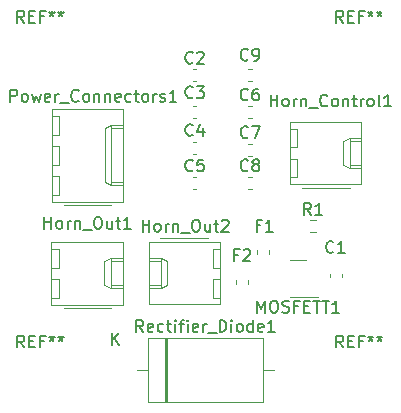
<source format=gbr>
%TF.GenerationSoftware,KiCad,Pcbnew,8.0.5*%
%TF.CreationDate,2024-09-30T19:38:02-05:00*%
%TF.ProjectId,HornProject_v0.0,486f726e-5072-46f6-9a65-63745f76302e,0.0*%
%TF.SameCoordinates,Original*%
%TF.FileFunction,Legend,Top*%
%TF.FilePolarity,Positive*%
%FSLAX46Y46*%
G04 Gerber Fmt 4.6, Leading zero omitted, Abs format (unit mm)*
G04 Created by KiCad (PCBNEW 8.0.5) date 2024-09-30 19:38:02*
%MOMM*%
%LPD*%
G01*
G04 APERTURE LIST*
%ADD10C,0.150000*%
%ADD11C,0.120000*%
G04 APERTURE END LIST*
D10*
X61666666Y-35754819D02*
X61333333Y-35278628D01*
X61095238Y-35754819D02*
X61095238Y-34754819D01*
X61095238Y-34754819D02*
X61476190Y-34754819D01*
X61476190Y-34754819D02*
X61571428Y-34802438D01*
X61571428Y-34802438D02*
X61619047Y-34850057D01*
X61619047Y-34850057D02*
X61666666Y-34945295D01*
X61666666Y-34945295D02*
X61666666Y-35088152D01*
X61666666Y-35088152D02*
X61619047Y-35183390D01*
X61619047Y-35183390D02*
X61571428Y-35231009D01*
X61571428Y-35231009D02*
X61476190Y-35278628D01*
X61476190Y-35278628D02*
X61095238Y-35278628D01*
X62095238Y-35231009D02*
X62428571Y-35231009D01*
X62571428Y-35754819D02*
X62095238Y-35754819D01*
X62095238Y-35754819D02*
X62095238Y-34754819D01*
X62095238Y-34754819D02*
X62571428Y-34754819D01*
X63333333Y-35231009D02*
X63000000Y-35231009D01*
X63000000Y-35754819D02*
X63000000Y-34754819D01*
X63000000Y-34754819D02*
X63476190Y-34754819D01*
X64000000Y-34754819D02*
X64000000Y-34992914D01*
X63761905Y-34897676D02*
X64000000Y-34992914D01*
X64000000Y-34992914D02*
X64238095Y-34897676D01*
X63857143Y-35183390D02*
X64000000Y-34992914D01*
X64000000Y-34992914D02*
X64142857Y-35183390D01*
X64761905Y-34754819D02*
X64761905Y-34992914D01*
X64523810Y-34897676D02*
X64761905Y-34992914D01*
X64761905Y-34992914D02*
X65000000Y-34897676D01*
X64619048Y-35183390D02*
X64761905Y-34992914D01*
X64761905Y-34992914D02*
X64904762Y-35183390D01*
X48933333Y-45259580D02*
X48885714Y-45307200D01*
X48885714Y-45307200D02*
X48742857Y-45354819D01*
X48742857Y-45354819D02*
X48647619Y-45354819D01*
X48647619Y-45354819D02*
X48504762Y-45307200D01*
X48504762Y-45307200D02*
X48409524Y-45211961D01*
X48409524Y-45211961D02*
X48361905Y-45116723D01*
X48361905Y-45116723D02*
X48314286Y-44926247D01*
X48314286Y-44926247D02*
X48314286Y-44783390D01*
X48314286Y-44783390D02*
X48361905Y-44592914D01*
X48361905Y-44592914D02*
X48409524Y-44497676D01*
X48409524Y-44497676D02*
X48504762Y-44402438D01*
X48504762Y-44402438D02*
X48647619Y-44354819D01*
X48647619Y-44354819D02*
X48742857Y-44354819D01*
X48742857Y-44354819D02*
X48885714Y-44402438D01*
X48885714Y-44402438D02*
X48933333Y-44450057D01*
X49790476Y-44688152D02*
X49790476Y-45354819D01*
X49552381Y-44307200D02*
X49314286Y-45021485D01*
X49314286Y-45021485D02*
X49933333Y-45021485D01*
X34666666Y-63254819D02*
X34333333Y-62778628D01*
X34095238Y-63254819D02*
X34095238Y-62254819D01*
X34095238Y-62254819D02*
X34476190Y-62254819D01*
X34476190Y-62254819D02*
X34571428Y-62302438D01*
X34571428Y-62302438D02*
X34619047Y-62350057D01*
X34619047Y-62350057D02*
X34666666Y-62445295D01*
X34666666Y-62445295D02*
X34666666Y-62588152D01*
X34666666Y-62588152D02*
X34619047Y-62683390D01*
X34619047Y-62683390D02*
X34571428Y-62731009D01*
X34571428Y-62731009D02*
X34476190Y-62778628D01*
X34476190Y-62778628D02*
X34095238Y-62778628D01*
X35095238Y-62731009D02*
X35428571Y-62731009D01*
X35571428Y-63254819D02*
X35095238Y-63254819D01*
X35095238Y-63254819D02*
X35095238Y-62254819D01*
X35095238Y-62254819D02*
X35571428Y-62254819D01*
X36333333Y-62731009D02*
X36000000Y-62731009D01*
X36000000Y-63254819D02*
X36000000Y-62254819D01*
X36000000Y-62254819D02*
X36476190Y-62254819D01*
X37000000Y-62254819D02*
X37000000Y-62492914D01*
X36761905Y-62397676D02*
X37000000Y-62492914D01*
X37000000Y-62492914D02*
X37238095Y-62397676D01*
X36857143Y-62683390D02*
X37000000Y-62492914D01*
X37000000Y-62492914D02*
X37142857Y-62683390D01*
X37761905Y-62254819D02*
X37761905Y-62492914D01*
X37523810Y-62397676D02*
X37761905Y-62492914D01*
X37761905Y-62492914D02*
X38000000Y-62397676D01*
X37619048Y-62683390D02*
X37761905Y-62492914D01*
X37761905Y-62492914D02*
X37904762Y-62683390D01*
X61666666Y-63254819D02*
X61333333Y-62778628D01*
X61095238Y-63254819D02*
X61095238Y-62254819D01*
X61095238Y-62254819D02*
X61476190Y-62254819D01*
X61476190Y-62254819D02*
X61571428Y-62302438D01*
X61571428Y-62302438D02*
X61619047Y-62350057D01*
X61619047Y-62350057D02*
X61666666Y-62445295D01*
X61666666Y-62445295D02*
X61666666Y-62588152D01*
X61666666Y-62588152D02*
X61619047Y-62683390D01*
X61619047Y-62683390D02*
X61571428Y-62731009D01*
X61571428Y-62731009D02*
X61476190Y-62778628D01*
X61476190Y-62778628D02*
X61095238Y-62778628D01*
X62095238Y-62731009D02*
X62428571Y-62731009D01*
X62571428Y-63254819D02*
X62095238Y-63254819D01*
X62095238Y-63254819D02*
X62095238Y-62254819D01*
X62095238Y-62254819D02*
X62571428Y-62254819D01*
X63333333Y-62731009D02*
X63000000Y-62731009D01*
X63000000Y-63254819D02*
X63000000Y-62254819D01*
X63000000Y-62254819D02*
X63476190Y-62254819D01*
X64000000Y-62254819D02*
X64000000Y-62492914D01*
X63761905Y-62397676D02*
X64000000Y-62492914D01*
X64000000Y-62492914D02*
X64238095Y-62397676D01*
X63857143Y-62683390D02*
X64000000Y-62492914D01*
X64000000Y-62492914D02*
X64142857Y-62683390D01*
X64761905Y-62254819D02*
X64761905Y-62492914D01*
X64523810Y-62397676D02*
X64761905Y-62492914D01*
X64761905Y-62492914D02*
X65000000Y-62397676D01*
X64619048Y-62683390D02*
X64761905Y-62492914D01*
X64761905Y-62492914D02*
X64904762Y-62683390D01*
X60833333Y-55159580D02*
X60785714Y-55207200D01*
X60785714Y-55207200D02*
X60642857Y-55254819D01*
X60642857Y-55254819D02*
X60547619Y-55254819D01*
X60547619Y-55254819D02*
X60404762Y-55207200D01*
X60404762Y-55207200D02*
X60309524Y-55111961D01*
X60309524Y-55111961D02*
X60261905Y-55016723D01*
X60261905Y-55016723D02*
X60214286Y-54826247D01*
X60214286Y-54826247D02*
X60214286Y-54683390D01*
X60214286Y-54683390D02*
X60261905Y-54492914D01*
X60261905Y-54492914D02*
X60309524Y-54397676D01*
X60309524Y-54397676D02*
X60404762Y-54302438D01*
X60404762Y-54302438D02*
X60547619Y-54254819D01*
X60547619Y-54254819D02*
X60642857Y-54254819D01*
X60642857Y-54254819D02*
X60785714Y-54302438D01*
X60785714Y-54302438D02*
X60833333Y-54350057D01*
X61785714Y-55254819D02*
X61214286Y-55254819D01*
X61500000Y-55254819D02*
X61500000Y-54254819D01*
X61500000Y-54254819D02*
X61404762Y-54397676D01*
X61404762Y-54397676D02*
X61309524Y-54492914D01*
X61309524Y-54492914D02*
X61214286Y-54540533D01*
X54666666Y-52931009D02*
X54333333Y-52931009D01*
X54333333Y-53454819D02*
X54333333Y-52454819D01*
X54333333Y-52454819D02*
X54809523Y-52454819D01*
X55714285Y-53454819D02*
X55142857Y-53454819D01*
X55428571Y-53454819D02*
X55428571Y-52454819D01*
X55428571Y-52454819D02*
X55333333Y-52597676D01*
X55333333Y-52597676D02*
X55238095Y-52692914D01*
X55238095Y-52692914D02*
X55142857Y-52740533D01*
X52766666Y-55431009D02*
X52433333Y-55431009D01*
X52433333Y-55954819D02*
X52433333Y-54954819D01*
X52433333Y-54954819D02*
X52909523Y-54954819D01*
X53242857Y-55050057D02*
X53290476Y-55002438D01*
X53290476Y-55002438D02*
X53385714Y-54954819D01*
X53385714Y-54954819D02*
X53623809Y-54954819D01*
X53623809Y-54954819D02*
X53719047Y-55002438D01*
X53719047Y-55002438D02*
X53766666Y-55050057D01*
X53766666Y-55050057D02*
X53814285Y-55145295D01*
X53814285Y-55145295D02*
X53814285Y-55240533D01*
X53814285Y-55240533D02*
X53766666Y-55383390D01*
X53766666Y-55383390D02*
X53195238Y-55954819D01*
X53195238Y-55954819D02*
X53814285Y-55954819D01*
X53608333Y-48249580D02*
X53560714Y-48297200D01*
X53560714Y-48297200D02*
X53417857Y-48344819D01*
X53417857Y-48344819D02*
X53322619Y-48344819D01*
X53322619Y-48344819D02*
X53179762Y-48297200D01*
X53179762Y-48297200D02*
X53084524Y-48201961D01*
X53084524Y-48201961D02*
X53036905Y-48106723D01*
X53036905Y-48106723D02*
X52989286Y-47916247D01*
X52989286Y-47916247D02*
X52989286Y-47773390D01*
X52989286Y-47773390D02*
X53036905Y-47582914D01*
X53036905Y-47582914D02*
X53084524Y-47487676D01*
X53084524Y-47487676D02*
X53179762Y-47392438D01*
X53179762Y-47392438D02*
X53322619Y-47344819D01*
X53322619Y-47344819D02*
X53417857Y-47344819D01*
X53417857Y-47344819D02*
X53560714Y-47392438D01*
X53560714Y-47392438D02*
X53608333Y-47440057D01*
X54179762Y-47773390D02*
X54084524Y-47725771D01*
X54084524Y-47725771D02*
X54036905Y-47678152D01*
X54036905Y-47678152D02*
X53989286Y-47582914D01*
X53989286Y-47582914D02*
X53989286Y-47535295D01*
X53989286Y-47535295D02*
X54036905Y-47440057D01*
X54036905Y-47440057D02*
X54084524Y-47392438D01*
X54084524Y-47392438D02*
X54179762Y-47344819D01*
X54179762Y-47344819D02*
X54370238Y-47344819D01*
X54370238Y-47344819D02*
X54465476Y-47392438D01*
X54465476Y-47392438D02*
X54513095Y-47440057D01*
X54513095Y-47440057D02*
X54560714Y-47535295D01*
X54560714Y-47535295D02*
X54560714Y-47582914D01*
X54560714Y-47582914D02*
X54513095Y-47678152D01*
X54513095Y-47678152D02*
X54465476Y-47725771D01*
X54465476Y-47725771D02*
X54370238Y-47773390D01*
X54370238Y-47773390D02*
X54179762Y-47773390D01*
X54179762Y-47773390D02*
X54084524Y-47821009D01*
X54084524Y-47821009D02*
X54036905Y-47868628D01*
X54036905Y-47868628D02*
X53989286Y-47963866D01*
X53989286Y-47963866D02*
X53989286Y-48154342D01*
X53989286Y-48154342D02*
X54036905Y-48249580D01*
X54036905Y-48249580D02*
X54084524Y-48297200D01*
X54084524Y-48297200D02*
X54179762Y-48344819D01*
X54179762Y-48344819D02*
X54370238Y-48344819D01*
X54370238Y-48344819D02*
X54465476Y-48297200D01*
X54465476Y-48297200D02*
X54513095Y-48249580D01*
X54513095Y-48249580D02*
X54560714Y-48154342D01*
X54560714Y-48154342D02*
X54560714Y-47963866D01*
X54560714Y-47963866D02*
X54513095Y-47868628D01*
X54513095Y-47868628D02*
X54465476Y-47821009D01*
X54465476Y-47821009D02*
X54370238Y-47773390D01*
X58933333Y-52024819D02*
X58600000Y-51548628D01*
X58361905Y-52024819D02*
X58361905Y-51024819D01*
X58361905Y-51024819D02*
X58742857Y-51024819D01*
X58742857Y-51024819D02*
X58838095Y-51072438D01*
X58838095Y-51072438D02*
X58885714Y-51120057D01*
X58885714Y-51120057D02*
X58933333Y-51215295D01*
X58933333Y-51215295D02*
X58933333Y-51358152D01*
X58933333Y-51358152D02*
X58885714Y-51453390D01*
X58885714Y-51453390D02*
X58838095Y-51501009D01*
X58838095Y-51501009D02*
X58742857Y-51548628D01*
X58742857Y-51548628D02*
X58361905Y-51548628D01*
X59885714Y-52024819D02*
X59314286Y-52024819D01*
X59600000Y-52024819D02*
X59600000Y-51024819D01*
X59600000Y-51024819D02*
X59504762Y-51167676D01*
X59504762Y-51167676D02*
X59409524Y-51262914D01*
X59409524Y-51262914D02*
X59314286Y-51310533D01*
X34666666Y-35754819D02*
X34333333Y-35278628D01*
X34095238Y-35754819D02*
X34095238Y-34754819D01*
X34095238Y-34754819D02*
X34476190Y-34754819D01*
X34476190Y-34754819D02*
X34571428Y-34802438D01*
X34571428Y-34802438D02*
X34619047Y-34850057D01*
X34619047Y-34850057D02*
X34666666Y-34945295D01*
X34666666Y-34945295D02*
X34666666Y-35088152D01*
X34666666Y-35088152D02*
X34619047Y-35183390D01*
X34619047Y-35183390D02*
X34571428Y-35231009D01*
X34571428Y-35231009D02*
X34476190Y-35278628D01*
X34476190Y-35278628D02*
X34095238Y-35278628D01*
X35095238Y-35231009D02*
X35428571Y-35231009D01*
X35571428Y-35754819D02*
X35095238Y-35754819D01*
X35095238Y-35754819D02*
X35095238Y-34754819D01*
X35095238Y-34754819D02*
X35571428Y-34754819D01*
X36333333Y-35231009D02*
X36000000Y-35231009D01*
X36000000Y-35754819D02*
X36000000Y-34754819D01*
X36000000Y-34754819D02*
X36476190Y-34754819D01*
X37000000Y-34754819D02*
X37000000Y-34992914D01*
X36761905Y-34897676D02*
X37000000Y-34992914D01*
X37000000Y-34992914D02*
X37238095Y-34897676D01*
X36857143Y-35183390D02*
X37000000Y-34992914D01*
X37000000Y-34992914D02*
X37142857Y-35183390D01*
X37761905Y-34754819D02*
X37761905Y-34992914D01*
X37523810Y-34897676D02*
X37761905Y-34992914D01*
X37761905Y-34992914D02*
X38000000Y-34897676D01*
X37619048Y-35183390D02*
X37761905Y-34992914D01*
X37761905Y-34992914D02*
X37904762Y-35183390D01*
X48933333Y-48259580D02*
X48885714Y-48307200D01*
X48885714Y-48307200D02*
X48742857Y-48354819D01*
X48742857Y-48354819D02*
X48647619Y-48354819D01*
X48647619Y-48354819D02*
X48504762Y-48307200D01*
X48504762Y-48307200D02*
X48409524Y-48211961D01*
X48409524Y-48211961D02*
X48361905Y-48116723D01*
X48361905Y-48116723D02*
X48314286Y-47926247D01*
X48314286Y-47926247D02*
X48314286Y-47783390D01*
X48314286Y-47783390D02*
X48361905Y-47592914D01*
X48361905Y-47592914D02*
X48409524Y-47497676D01*
X48409524Y-47497676D02*
X48504762Y-47402438D01*
X48504762Y-47402438D02*
X48647619Y-47354819D01*
X48647619Y-47354819D02*
X48742857Y-47354819D01*
X48742857Y-47354819D02*
X48885714Y-47402438D01*
X48885714Y-47402438D02*
X48933333Y-47450057D01*
X49838095Y-47354819D02*
X49361905Y-47354819D01*
X49361905Y-47354819D02*
X49314286Y-47831009D01*
X49314286Y-47831009D02*
X49361905Y-47783390D01*
X49361905Y-47783390D02*
X49457143Y-47735771D01*
X49457143Y-47735771D02*
X49695238Y-47735771D01*
X49695238Y-47735771D02*
X49790476Y-47783390D01*
X49790476Y-47783390D02*
X49838095Y-47831009D01*
X49838095Y-47831009D02*
X49885714Y-47926247D01*
X49885714Y-47926247D02*
X49885714Y-48164342D01*
X49885714Y-48164342D02*
X49838095Y-48259580D01*
X49838095Y-48259580D02*
X49790476Y-48307200D01*
X49790476Y-48307200D02*
X49695238Y-48354819D01*
X49695238Y-48354819D02*
X49457143Y-48354819D01*
X49457143Y-48354819D02*
X49361905Y-48307200D01*
X49361905Y-48307200D02*
X49314286Y-48259580D01*
X53608333Y-38879580D02*
X53560714Y-38927200D01*
X53560714Y-38927200D02*
X53417857Y-38974819D01*
X53417857Y-38974819D02*
X53322619Y-38974819D01*
X53322619Y-38974819D02*
X53179762Y-38927200D01*
X53179762Y-38927200D02*
X53084524Y-38831961D01*
X53084524Y-38831961D02*
X53036905Y-38736723D01*
X53036905Y-38736723D02*
X52989286Y-38546247D01*
X52989286Y-38546247D02*
X52989286Y-38403390D01*
X52989286Y-38403390D02*
X53036905Y-38212914D01*
X53036905Y-38212914D02*
X53084524Y-38117676D01*
X53084524Y-38117676D02*
X53179762Y-38022438D01*
X53179762Y-38022438D02*
X53322619Y-37974819D01*
X53322619Y-37974819D02*
X53417857Y-37974819D01*
X53417857Y-37974819D02*
X53560714Y-38022438D01*
X53560714Y-38022438D02*
X53608333Y-38070057D01*
X54084524Y-38974819D02*
X54275000Y-38974819D01*
X54275000Y-38974819D02*
X54370238Y-38927200D01*
X54370238Y-38927200D02*
X54417857Y-38879580D01*
X54417857Y-38879580D02*
X54513095Y-38736723D01*
X54513095Y-38736723D02*
X54560714Y-38546247D01*
X54560714Y-38546247D02*
X54560714Y-38165295D01*
X54560714Y-38165295D02*
X54513095Y-38070057D01*
X54513095Y-38070057D02*
X54465476Y-38022438D01*
X54465476Y-38022438D02*
X54370238Y-37974819D01*
X54370238Y-37974819D02*
X54179762Y-37974819D01*
X54179762Y-37974819D02*
X54084524Y-38022438D01*
X54084524Y-38022438D02*
X54036905Y-38070057D01*
X54036905Y-38070057D02*
X53989286Y-38165295D01*
X53989286Y-38165295D02*
X53989286Y-38403390D01*
X53989286Y-38403390D02*
X54036905Y-38498628D01*
X54036905Y-38498628D02*
X54084524Y-38546247D01*
X54084524Y-38546247D02*
X54179762Y-38593866D01*
X54179762Y-38593866D02*
X54370238Y-38593866D01*
X54370238Y-38593866D02*
X54465476Y-38546247D01*
X54465476Y-38546247D02*
X54513095Y-38498628D01*
X54513095Y-38498628D02*
X54560714Y-38403390D01*
X33499999Y-42454819D02*
X33499999Y-41454819D01*
X33499999Y-41454819D02*
X33880951Y-41454819D01*
X33880951Y-41454819D02*
X33976189Y-41502438D01*
X33976189Y-41502438D02*
X34023808Y-41550057D01*
X34023808Y-41550057D02*
X34071427Y-41645295D01*
X34071427Y-41645295D02*
X34071427Y-41788152D01*
X34071427Y-41788152D02*
X34023808Y-41883390D01*
X34023808Y-41883390D02*
X33976189Y-41931009D01*
X33976189Y-41931009D02*
X33880951Y-41978628D01*
X33880951Y-41978628D02*
X33499999Y-41978628D01*
X34642856Y-42454819D02*
X34547618Y-42407200D01*
X34547618Y-42407200D02*
X34499999Y-42359580D01*
X34499999Y-42359580D02*
X34452380Y-42264342D01*
X34452380Y-42264342D02*
X34452380Y-41978628D01*
X34452380Y-41978628D02*
X34499999Y-41883390D01*
X34499999Y-41883390D02*
X34547618Y-41835771D01*
X34547618Y-41835771D02*
X34642856Y-41788152D01*
X34642856Y-41788152D02*
X34785713Y-41788152D01*
X34785713Y-41788152D02*
X34880951Y-41835771D01*
X34880951Y-41835771D02*
X34928570Y-41883390D01*
X34928570Y-41883390D02*
X34976189Y-41978628D01*
X34976189Y-41978628D02*
X34976189Y-42264342D01*
X34976189Y-42264342D02*
X34928570Y-42359580D01*
X34928570Y-42359580D02*
X34880951Y-42407200D01*
X34880951Y-42407200D02*
X34785713Y-42454819D01*
X34785713Y-42454819D02*
X34642856Y-42454819D01*
X35309523Y-41788152D02*
X35499999Y-42454819D01*
X35499999Y-42454819D02*
X35690475Y-41978628D01*
X35690475Y-41978628D02*
X35880951Y-42454819D01*
X35880951Y-42454819D02*
X36071427Y-41788152D01*
X36833332Y-42407200D02*
X36738094Y-42454819D01*
X36738094Y-42454819D02*
X36547618Y-42454819D01*
X36547618Y-42454819D02*
X36452380Y-42407200D01*
X36452380Y-42407200D02*
X36404761Y-42311961D01*
X36404761Y-42311961D02*
X36404761Y-41931009D01*
X36404761Y-41931009D02*
X36452380Y-41835771D01*
X36452380Y-41835771D02*
X36547618Y-41788152D01*
X36547618Y-41788152D02*
X36738094Y-41788152D01*
X36738094Y-41788152D02*
X36833332Y-41835771D01*
X36833332Y-41835771D02*
X36880951Y-41931009D01*
X36880951Y-41931009D02*
X36880951Y-42026247D01*
X36880951Y-42026247D02*
X36404761Y-42121485D01*
X37309523Y-42454819D02*
X37309523Y-41788152D01*
X37309523Y-41978628D02*
X37357142Y-41883390D01*
X37357142Y-41883390D02*
X37404761Y-41835771D01*
X37404761Y-41835771D02*
X37499999Y-41788152D01*
X37499999Y-41788152D02*
X37595237Y-41788152D01*
X37690476Y-42550057D02*
X38452380Y-42550057D01*
X39261904Y-42359580D02*
X39214285Y-42407200D01*
X39214285Y-42407200D02*
X39071428Y-42454819D01*
X39071428Y-42454819D02*
X38976190Y-42454819D01*
X38976190Y-42454819D02*
X38833333Y-42407200D01*
X38833333Y-42407200D02*
X38738095Y-42311961D01*
X38738095Y-42311961D02*
X38690476Y-42216723D01*
X38690476Y-42216723D02*
X38642857Y-42026247D01*
X38642857Y-42026247D02*
X38642857Y-41883390D01*
X38642857Y-41883390D02*
X38690476Y-41692914D01*
X38690476Y-41692914D02*
X38738095Y-41597676D01*
X38738095Y-41597676D02*
X38833333Y-41502438D01*
X38833333Y-41502438D02*
X38976190Y-41454819D01*
X38976190Y-41454819D02*
X39071428Y-41454819D01*
X39071428Y-41454819D02*
X39214285Y-41502438D01*
X39214285Y-41502438D02*
X39261904Y-41550057D01*
X39833333Y-42454819D02*
X39738095Y-42407200D01*
X39738095Y-42407200D02*
X39690476Y-42359580D01*
X39690476Y-42359580D02*
X39642857Y-42264342D01*
X39642857Y-42264342D02*
X39642857Y-41978628D01*
X39642857Y-41978628D02*
X39690476Y-41883390D01*
X39690476Y-41883390D02*
X39738095Y-41835771D01*
X39738095Y-41835771D02*
X39833333Y-41788152D01*
X39833333Y-41788152D02*
X39976190Y-41788152D01*
X39976190Y-41788152D02*
X40071428Y-41835771D01*
X40071428Y-41835771D02*
X40119047Y-41883390D01*
X40119047Y-41883390D02*
X40166666Y-41978628D01*
X40166666Y-41978628D02*
X40166666Y-42264342D01*
X40166666Y-42264342D02*
X40119047Y-42359580D01*
X40119047Y-42359580D02*
X40071428Y-42407200D01*
X40071428Y-42407200D02*
X39976190Y-42454819D01*
X39976190Y-42454819D02*
X39833333Y-42454819D01*
X40595238Y-41788152D02*
X40595238Y-42454819D01*
X40595238Y-41883390D02*
X40642857Y-41835771D01*
X40642857Y-41835771D02*
X40738095Y-41788152D01*
X40738095Y-41788152D02*
X40880952Y-41788152D01*
X40880952Y-41788152D02*
X40976190Y-41835771D01*
X40976190Y-41835771D02*
X41023809Y-41931009D01*
X41023809Y-41931009D02*
X41023809Y-42454819D01*
X41500000Y-41788152D02*
X41500000Y-42454819D01*
X41500000Y-41883390D02*
X41547619Y-41835771D01*
X41547619Y-41835771D02*
X41642857Y-41788152D01*
X41642857Y-41788152D02*
X41785714Y-41788152D01*
X41785714Y-41788152D02*
X41880952Y-41835771D01*
X41880952Y-41835771D02*
X41928571Y-41931009D01*
X41928571Y-41931009D02*
X41928571Y-42454819D01*
X42785714Y-42407200D02*
X42690476Y-42454819D01*
X42690476Y-42454819D02*
X42500000Y-42454819D01*
X42500000Y-42454819D02*
X42404762Y-42407200D01*
X42404762Y-42407200D02*
X42357143Y-42311961D01*
X42357143Y-42311961D02*
X42357143Y-41931009D01*
X42357143Y-41931009D02*
X42404762Y-41835771D01*
X42404762Y-41835771D02*
X42500000Y-41788152D01*
X42500000Y-41788152D02*
X42690476Y-41788152D01*
X42690476Y-41788152D02*
X42785714Y-41835771D01*
X42785714Y-41835771D02*
X42833333Y-41931009D01*
X42833333Y-41931009D02*
X42833333Y-42026247D01*
X42833333Y-42026247D02*
X42357143Y-42121485D01*
X43690476Y-42407200D02*
X43595238Y-42454819D01*
X43595238Y-42454819D02*
X43404762Y-42454819D01*
X43404762Y-42454819D02*
X43309524Y-42407200D01*
X43309524Y-42407200D02*
X43261905Y-42359580D01*
X43261905Y-42359580D02*
X43214286Y-42264342D01*
X43214286Y-42264342D02*
X43214286Y-41978628D01*
X43214286Y-41978628D02*
X43261905Y-41883390D01*
X43261905Y-41883390D02*
X43309524Y-41835771D01*
X43309524Y-41835771D02*
X43404762Y-41788152D01*
X43404762Y-41788152D02*
X43595238Y-41788152D01*
X43595238Y-41788152D02*
X43690476Y-41835771D01*
X43976191Y-41788152D02*
X44357143Y-41788152D01*
X44119048Y-41454819D02*
X44119048Y-42311961D01*
X44119048Y-42311961D02*
X44166667Y-42407200D01*
X44166667Y-42407200D02*
X44261905Y-42454819D01*
X44261905Y-42454819D02*
X44357143Y-42454819D01*
X44833334Y-42454819D02*
X44738096Y-42407200D01*
X44738096Y-42407200D02*
X44690477Y-42359580D01*
X44690477Y-42359580D02*
X44642858Y-42264342D01*
X44642858Y-42264342D02*
X44642858Y-41978628D01*
X44642858Y-41978628D02*
X44690477Y-41883390D01*
X44690477Y-41883390D02*
X44738096Y-41835771D01*
X44738096Y-41835771D02*
X44833334Y-41788152D01*
X44833334Y-41788152D02*
X44976191Y-41788152D01*
X44976191Y-41788152D02*
X45071429Y-41835771D01*
X45071429Y-41835771D02*
X45119048Y-41883390D01*
X45119048Y-41883390D02*
X45166667Y-41978628D01*
X45166667Y-41978628D02*
X45166667Y-42264342D01*
X45166667Y-42264342D02*
X45119048Y-42359580D01*
X45119048Y-42359580D02*
X45071429Y-42407200D01*
X45071429Y-42407200D02*
X44976191Y-42454819D01*
X44976191Y-42454819D02*
X44833334Y-42454819D01*
X45595239Y-42454819D02*
X45595239Y-41788152D01*
X45595239Y-41978628D02*
X45642858Y-41883390D01*
X45642858Y-41883390D02*
X45690477Y-41835771D01*
X45690477Y-41835771D02*
X45785715Y-41788152D01*
X45785715Y-41788152D02*
X45880953Y-41788152D01*
X46166668Y-42407200D02*
X46261906Y-42454819D01*
X46261906Y-42454819D02*
X46452382Y-42454819D01*
X46452382Y-42454819D02*
X46547620Y-42407200D01*
X46547620Y-42407200D02*
X46595239Y-42311961D01*
X46595239Y-42311961D02*
X46595239Y-42264342D01*
X46595239Y-42264342D02*
X46547620Y-42169104D01*
X46547620Y-42169104D02*
X46452382Y-42121485D01*
X46452382Y-42121485D02*
X46309525Y-42121485D01*
X46309525Y-42121485D02*
X46214287Y-42073866D01*
X46214287Y-42073866D02*
X46166668Y-41978628D01*
X46166668Y-41978628D02*
X46166668Y-41931009D01*
X46166668Y-41931009D02*
X46214287Y-41835771D01*
X46214287Y-41835771D02*
X46309525Y-41788152D01*
X46309525Y-41788152D02*
X46452382Y-41788152D01*
X46452382Y-41788152D02*
X46547620Y-41835771D01*
X47547620Y-42454819D02*
X46976192Y-42454819D01*
X47261906Y-42454819D02*
X47261906Y-41454819D01*
X47261906Y-41454819D02*
X47166668Y-41597676D01*
X47166668Y-41597676D02*
X47071430Y-41692914D01*
X47071430Y-41692914D02*
X46976192Y-41740533D01*
X54385119Y-60304819D02*
X54385119Y-59304819D01*
X54385119Y-59304819D02*
X54718452Y-60019104D01*
X54718452Y-60019104D02*
X55051785Y-59304819D01*
X55051785Y-59304819D02*
X55051785Y-60304819D01*
X55718452Y-59304819D02*
X55908928Y-59304819D01*
X55908928Y-59304819D02*
X56004166Y-59352438D01*
X56004166Y-59352438D02*
X56099404Y-59447676D01*
X56099404Y-59447676D02*
X56147023Y-59638152D01*
X56147023Y-59638152D02*
X56147023Y-59971485D01*
X56147023Y-59971485D02*
X56099404Y-60161961D01*
X56099404Y-60161961D02*
X56004166Y-60257200D01*
X56004166Y-60257200D02*
X55908928Y-60304819D01*
X55908928Y-60304819D02*
X55718452Y-60304819D01*
X55718452Y-60304819D02*
X55623214Y-60257200D01*
X55623214Y-60257200D02*
X55527976Y-60161961D01*
X55527976Y-60161961D02*
X55480357Y-59971485D01*
X55480357Y-59971485D02*
X55480357Y-59638152D01*
X55480357Y-59638152D02*
X55527976Y-59447676D01*
X55527976Y-59447676D02*
X55623214Y-59352438D01*
X55623214Y-59352438D02*
X55718452Y-59304819D01*
X56527976Y-60257200D02*
X56670833Y-60304819D01*
X56670833Y-60304819D02*
X56908928Y-60304819D01*
X56908928Y-60304819D02*
X57004166Y-60257200D01*
X57004166Y-60257200D02*
X57051785Y-60209580D01*
X57051785Y-60209580D02*
X57099404Y-60114342D01*
X57099404Y-60114342D02*
X57099404Y-60019104D01*
X57099404Y-60019104D02*
X57051785Y-59923866D01*
X57051785Y-59923866D02*
X57004166Y-59876247D01*
X57004166Y-59876247D02*
X56908928Y-59828628D01*
X56908928Y-59828628D02*
X56718452Y-59781009D01*
X56718452Y-59781009D02*
X56623214Y-59733390D01*
X56623214Y-59733390D02*
X56575595Y-59685771D01*
X56575595Y-59685771D02*
X56527976Y-59590533D01*
X56527976Y-59590533D02*
X56527976Y-59495295D01*
X56527976Y-59495295D02*
X56575595Y-59400057D01*
X56575595Y-59400057D02*
X56623214Y-59352438D01*
X56623214Y-59352438D02*
X56718452Y-59304819D01*
X56718452Y-59304819D02*
X56956547Y-59304819D01*
X56956547Y-59304819D02*
X57099404Y-59352438D01*
X57861309Y-59781009D02*
X57527976Y-59781009D01*
X57527976Y-60304819D02*
X57527976Y-59304819D01*
X57527976Y-59304819D02*
X58004166Y-59304819D01*
X58385119Y-59781009D02*
X58718452Y-59781009D01*
X58861309Y-60304819D02*
X58385119Y-60304819D01*
X58385119Y-60304819D02*
X58385119Y-59304819D01*
X58385119Y-59304819D02*
X58861309Y-59304819D01*
X59147024Y-59304819D02*
X59718452Y-59304819D01*
X59432738Y-60304819D02*
X59432738Y-59304819D01*
X59908929Y-59304819D02*
X60480357Y-59304819D01*
X60194643Y-60304819D02*
X60194643Y-59304819D01*
X61337500Y-60304819D02*
X60766072Y-60304819D01*
X61051786Y-60304819D02*
X61051786Y-59304819D01*
X61051786Y-59304819D02*
X60956548Y-59447676D01*
X60956548Y-59447676D02*
X60861310Y-59542914D01*
X60861310Y-59542914D02*
X60766072Y-59590533D01*
X53608333Y-45449580D02*
X53560714Y-45497200D01*
X53560714Y-45497200D02*
X53417857Y-45544819D01*
X53417857Y-45544819D02*
X53322619Y-45544819D01*
X53322619Y-45544819D02*
X53179762Y-45497200D01*
X53179762Y-45497200D02*
X53084524Y-45401961D01*
X53084524Y-45401961D02*
X53036905Y-45306723D01*
X53036905Y-45306723D02*
X52989286Y-45116247D01*
X52989286Y-45116247D02*
X52989286Y-44973390D01*
X52989286Y-44973390D02*
X53036905Y-44782914D01*
X53036905Y-44782914D02*
X53084524Y-44687676D01*
X53084524Y-44687676D02*
X53179762Y-44592438D01*
X53179762Y-44592438D02*
X53322619Y-44544819D01*
X53322619Y-44544819D02*
X53417857Y-44544819D01*
X53417857Y-44544819D02*
X53560714Y-44592438D01*
X53560714Y-44592438D02*
X53608333Y-44640057D01*
X53941667Y-44544819D02*
X54608333Y-44544819D01*
X54608333Y-44544819D02*
X54179762Y-45544819D01*
X36380952Y-53204819D02*
X36380952Y-52204819D01*
X36380952Y-52681009D02*
X36952380Y-52681009D01*
X36952380Y-53204819D02*
X36952380Y-52204819D01*
X37571428Y-53204819D02*
X37476190Y-53157200D01*
X37476190Y-53157200D02*
X37428571Y-53109580D01*
X37428571Y-53109580D02*
X37380952Y-53014342D01*
X37380952Y-53014342D02*
X37380952Y-52728628D01*
X37380952Y-52728628D02*
X37428571Y-52633390D01*
X37428571Y-52633390D02*
X37476190Y-52585771D01*
X37476190Y-52585771D02*
X37571428Y-52538152D01*
X37571428Y-52538152D02*
X37714285Y-52538152D01*
X37714285Y-52538152D02*
X37809523Y-52585771D01*
X37809523Y-52585771D02*
X37857142Y-52633390D01*
X37857142Y-52633390D02*
X37904761Y-52728628D01*
X37904761Y-52728628D02*
X37904761Y-53014342D01*
X37904761Y-53014342D02*
X37857142Y-53109580D01*
X37857142Y-53109580D02*
X37809523Y-53157200D01*
X37809523Y-53157200D02*
X37714285Y-53204819D01*
X37714285Y-53204819D02*
X37571428Y-53204819D01*
X38333333Y-53204819D02*
X38333333Y-52538152D01*
X38333333Y-52728628D02*
X38380952Y-52633390D01*
X38380952Y-52633390D02*
X38428571Y-52585771D01*
X38428571Y-52585771D02*
X38523809Y-52538152D01*
X38523809Y-52538152D02*
X38619047Y-52538152D01*
X38952381Y-52538152D02*
X38952381Y-53204819D01*
X38952381Y-52633390D02*
X39000000Y-52585771D01*
X39000000Y-52585771D02*
X39095238Y-52538152D01*
X39095238Y-52538152D02*
X39238095Y-52538152D01*
X39238095Y-52538152D02*
X39333333Y-52585771D01*
X39333333Y-52585771D02*
X39380952Y-52681009D01*
X39380952Y-52681009D02*
X39380952Y-53204819D01*
X39619048Y-53300057D02*
X40380952Y-53300057D01*
X40809524Y-52204819D02*
X41000000Y-52204819D01*
X41000000Y-52204819D02*
X41095238Y-52252438D01*
X41095238Y-52252438D02*
X41190476Y-52347676D01*
X41190476Y-52347676D02*
X41238095Y-52538152D01*
X41238095Y-52538152D02*
X41238095Y-52871485D01*
X41238095Y-52871485D02*
X41190476Y-53061961D01*
X41190476Y-53061961D02*
X41095238Y-53157200D01*
X41095238Y-53157200D02*
X41000000Y-53204819D01*
X41000000Y-53204819D02*
X40809524Y-53204819D01*
X40809524Y-53204819D02*
X40714286Y-53157200D01*
X40714286Y-53157200D02*
X40619048Y-53061961D01*
X40619048Y-53061961D02*
X40571429Y-52871485D01*
X40571429Y-52871485D02*
X40571429Y-52538152D01*
X40571429Y-52538152D02*
X40619048Y-52347676D01*
X40619048Y-52347676D02*
X40714286Y-52252438D01*
X40714286Y-52252438D02*
X40809524Y-52204819D01*
X42095238Y-52538152D02*
X42095238Y-53204819D01*
X41666667Y-52538152D02*
X41666667Y-53061961D01*
X41666667Y-53061961D02*
X41714286Y-53157200D01*
X41714286Y-53157200D02*
X41809524Y-53204819D01*
X41809524Y-53204819D02*
X41952381Y-53204819D01*
X41952381Y-53204819D02*
X42047619Y-53157200D01*
X42047619Y-53157200D02*
X42095238Y-53109580D01*
X42428572Y-52538152D02*
X42809524Y-52538152D01*
X42571429Y-52204819D02*
X42571429Y-53061961D01*
X42571429Y-53061961D02*
X42619048Y-53157200D01*
X42619048Y-53157200D02*
X42714286Y-53204819D01*
X42714286Y-53204819D02*
X42809524Y-53204819D01*
X43666667Y-53204819D02*
X43095239Y-53204819D01*
X43380953Y-53204819D02*
X43380953Y-52204819D01*
X43380953Y-52204819D02*
X43285715Y-52347676D01*
X43285715Y-52347676D02*
X43190477Y-52442914D01*
X43190477Y-52442914D02*
X43095239Y-52490533D01*
X44680952Y-53454819D02*
X44680952Y-52454819D01*
X44680952Y-52931009D02*
X45252380Y-52931009D01*
X45252380Y-53454819D02*
X45252380Y-52454819D01*
X45871428Y-53454819D02*
X45776190Y-53407200D01*
X45776190Y-53407200D02*
X45728571Y-53359580D01*
X45728571Y-53359580D02*
X45680952Y-53264342D01*
X45680952Y-53264342D02*
X45680952Y-52978628D01*
X45680952Y-52978628D02*
X45728571Y-52883390D01*
X45728571Y-52883390D02*
X45776190Y-52835771D01*
X45776190Y-52835771D02*
X45871428Y-52788152D01*
X45871428Y-52788152D02*
X46014285Y-52788152D01*
X46014285Y-52788152D02*
X46109523Y-52835771D01*
X46109523Y-52835771D02*
X46157142Y-52883390D01*
X46157142Y-52883390D02*
X46204761Y-52978628D01*
X46204761Y-52978628D02*
X46204761Y-53264342D01*
X46204761Y-53264342D02*
X46157142Y-53359580D01*
X46157142Y-53359580D02*
X46109523Y-53407200D01*
X46109523Y-53407200D02*
X46014285Y-53454819D01*
X46014285Y-53454819D02*
X45871428Y-53454819D01*
X46633333Y-53454819D02*
X46633333Y-52788152D01*
X46633333Y-52978628D02*
X46680952Y-52883390D01*
X46680952Y-52883390D02*
X46728571Y-52835771D01*
X46728571Y-52835771D02*
X46823809Y-52788152D01*
X46823809Y-52788152D02*
X46919047Y-52788152D01*
X47252381Y-52788152D02*
X47252381Y-53454819D01*
X47252381Y-52883390D02*
X47300000Y-52835771D01*
X47300000Y-52835771D02*
X47395238Y-52788152D01*
X47395238Y-52788152D02*
X47538095Y-52788152D01*
X47538095Y-52788152D02*
X47633333Y-52835771D01*
X47633333Y-52835771D02*
X47680952Y-52931009D01*
X47680952Y-52931009D02*
X47680952Y-53454819D01*
X47919048Y-53550057D02*
X48680952Y-53550057D01*
X49109524Y-52454819D02*
X49300000Y-52454819D01*
X49300000Y-52454819D02*
X49395238Y-52502438D01*
X49395238Y-52502438D02*
X49490476Y-52597676D01*
X49490476Y-52597676D02*
X49538095Y-52788152D01*
X49538095Y-52788152D02*
X49538095Y-53121485D01*
X49538095Y-53121485D02*
X49490476Y-53311961D01*
X49490476Y-53311961D02*
X49395238Y-53407200D01*
X49395238Y-53407200D02*
X49300000Y-53454819D01*
X49300000Y-53454819D02*
X49109524Y-53454819D01*
X49109524Y-53454819D02*
X49014286Y-53407200D01*
X49014286Y-53407200D02*
X48919048Y-53311961D01*
X48919048Y-53311961D02*
X48871429Y-53121485D01*
X48871429Y-53121485D02*
X48871429Y-52788152D01*
X48871429Y-52788152D02*
X48919048Y-52597676D01*
X48919048Y-52597676D02*
X49014286Y-52502438D01*
X49014286Y-52502438D02*
X49109524Y-52454819D01*
X50395238Y-52788152D02*
X50395238Y-53454819D01*
X49966667Y-52788152D02*
X49966667Y-53311961D01*
X49966667Y-53311961D02*
X50014286Y-53407200D01*
X50014286Y-53407200D02*
X50109524Y-53454819D01*
X50109524Y-53454819D02*
X50252381Y-53454819D01*
X50252381Y-53454819D02*
X50347619Y-53407200D01*
X50347619Y-53407200D02*
X50395238Y-53359580D01*
X50728572Y-52788152D02*
X51109524Y-52788152D01*
X50871429Y-52454819D02*
X50871429Y-53311961D01*
X50871429Y-53311961D02*
X50919048Y-53407200D01*
X50919048Y-53407200D02*
X51014286Y-53454819D01*
X51014286Y-53454819D02*
X51109524Y-53454819D01*
X51395239Y-52550057D02*
X51442858Y-52502438D01*
X51442858Y-52502438D02*
X51538096Y-52454819D01*
X51538096Y-52454819D02*
X51776191Y-52454819D01*
X51776191Y-52454819D02*
X51871429Y-52502438D01*
X51871429Y-52502438D02*
X51919048Y-52550057D01*
X51919048Y-52550057D02*
X51966667Y-52645295D01*
X51966667Y-52645295D02*
X51966667Y-52740533D01*
X51966667Y-52740533D02*
X51919048Y-52883390D01*
X51919048Y-52883390D02*
X51347620Y-53454819D01*
X51347620Y-53454819D02*
X51966667Y-53454819D01*
X48933333Y-42059580D02*
X48885714Y-42107200D01*
X48885714Y-42107200D02*
X48742857Y-42154819D01*
X48742857Y-42154819D02*
X48647619Y-42154819D01*
X48647619Y-42154819D02*
X48504762Y-42107200D01*
X48504762Y-42107200D02*
X48409524Y-42011961D01*
X48409524Y-42011961D02*
X48361905Y-41916723D01*
X48361905Y-41916723D02*
X48314286Y-41726247D01*
X48314286Y-41726247D02*
X48314286Y-41583390D01*
X48314286Y-41583390D02*
X48361905Y-41392914D01*
X48361905Y-41392914D02*
X48409524Y-41297676D01*
X48409524Y-41297676D02*
X48504762Y-41202438D01*
X48504762Y-41202438D02*
X48647619Y-41154819D01*
X48647619Y-41154819D02*
X48742857Y-41154819D01*
X48742857Y-41154819D02*
X48885714Y-41202438D01*
X48885714Y-41202438D02*
X48933333Y-41250057D01*
X49266667Y-41154819D02*
X49885714Y-41154819D01*
X49885714Y-41154819D02*
X49552381Y-41535771D01*
X49552381Y-41535771D02*
X49695238Y-41535771D01*
X49695238Y-41535771D02*
X49790476Y-41583390D01*
X49790476Y-41583390D02*
X49838095Y-41631009D01*
X49838095Y-41631009D02*
X49885714Y-41726247D01*
X49885714Y-41726247D02*
X49885714Y-41964342D01*
X49885714Y-41964342D02*
X49838095Y-42059580D01*
X49838095Y-42059580D02*
X49790476Y-42107200D01*
X49790476Y-42107200D02*
X49695238Y-42154819D01*
X49695238Y-42154819D02*
X49409524Y-42154819D01*
X49409524Y-42154819D02*
X49314286Y-42107200D01*
X49314286Y-42107200D02*
X49266667Y-42059580D01*
X53608333Y-42249580D02*
X53560714Y-42297200D01*
X53560714Y-42297200D02*
X53417857Y-42344819D01*
X53417857Y-42344819D02*
X53322619Y-42344819D01*
X53322619Y-42344819D02*
X53179762Y-42297200D01*
X53179762Y-42297200D02*
X53084524Y-42201961D01*
X53084524Y-42201961D02*
X53036905Y-42106723D01*
X53036905Y-42106723D02*
X52989286Y-41916247D01*
X52989286Y-41916247D02*
X52989286Y-41773390D01*
X52989286Y-41773390D02*
X53036905Y-41582914D01*
X53036905Y-41582914D02*
X53084524Y-41487676D01*
X53084524Y-41487676D02*
X53179762Y-41392438D01*
X53179762Y-41392438D02*
X53322619Y-41344819D01*
X53322619Y-41344819D02*
X53417857Y-41344819D01*
X53417857Y-41344819D02*
X53560714Y-41392438D01*
X53560714Y-41392438D02*
X53608333Y-41440057D01*
X54465476Y-41344819D02*
X54275000Y-41344819D01*
X54275000Y-41344819D02*
X54179762Y-41392438D01*
X54179762Y-41392438D02*
X54132143Y-41440057D01*
X54132143Y-41440057D02*
X54036905Y-41582914D01*
X54036905Y-41582914D02*
X53989286Y-41773390D01*
X53989286Y-41773390D02*
X53989286Y-42154342D01*
X53989286Y-42154342D02*
X54036905Y-42249580D01*
X54036905Y-42249580D02*
X54084524Y-42297200D01*
X54084524Y-42297200D02*
X54179762Y-42344819D01*
X54179762Y-42344819D02*
X54370238Y-42344819D01*
X54370238Y-42344819D02*
X54465476Y-42297200D01*
X54465476Y-42297200D02*
X54513095Y-42249580D01*
X54513095Y-42249580D02*
X54560714Y-42154342D01*
X54560714Y-42154342D02*
X54560714Y-41916247D01*
X54560714Y-41916247D02*
X54513095Y-41821009D01*
X54513095Y-41821009D02*
X54465476Y-41773390D01*
X54465476Y-41773390D02*
X54370238Y-41725771D01*
X54370238Y-41725771D02*
X54179762Y-41725771D01*
X54179762Y-41725771D02*
X54084524Y-41773390D01*
X54084524Y-41773390D02*
X54036905Y-41821009D01*
X54036905Y-41821009D02*
X53989286Y-41916247D01*
X48933333Y-39129580D02*
X48885714Y-39177200D01*
X48885714Y-39177200D02*
X48742857Y-39224819D01*
X48742857Y-39224819D02*
X48647619Y-39224819D01*
X48647619Y-39224819D02*
X48504762Y-39177200D01*
X48504762Y-39177200D02*
X48409524Y-39081961D01*
X48409524Y-39081961D02*
X48361905Y-38986723D01*
X48361905Y-38986723D02*
X48314286Y-38796247D01*
X48314286Y-38796247D02*
X48314286Y-38653390D01*
X48314286Y-38653390D02*
X48361905Y-38462914D01*
X48361905Y-38462914D02*
X48409524Y-38367676D01*
X48409524Y-38367676D02*
X48504762Y-38272438D01*
X48504762Y-38272438D02*
X48647619Y-38224819D01*
X48647619Y-38224819D02*
X48742857Y-38224819D01*
X48742857Y-38224819D02*
X48885714Y-38272438D01*
X48885714Y-38272438D02*
X48933333Y-38320057D01*
X49314286Y-38320057D02*
X49361905Y-38272438D01*
X49361905Y-38272438D02*
X49457143Y-38224819D01*
X49457143Y-38224819D02*
X49695238Y-38224819D01*
X49695238Y-38224819D02*
X49790476Y-38272438D01*
X49790476Y-38272438D02*
X49838095Y-38320057D01*
X49838095Y-38320057D02*
X49885714Y-38415295D01*
X49885714Y-38415295D02*
X49885714Y-38510533D01*
X49885714Y-38510533D02*
X49838095Y-38653390D01*
X49838095Y-38653390D02*
X49266667Y-39224819D01*
X49266667Y-39224819D02*
X49885714Y-39224819D01*
X55528570Y-42854819D02*
X55528570Y-41854819D01*
X55528570Y-42331009D02*
X56099998Y-42331009D01*
X56099998Y-42854819D02*
X56099998Y-41854819D01*
X56719046Y-42854819D02*
X56623808Y-42807200D01*
X56623808Y-42807200D02*
X56576189Y-42759580D01*
X56576189Y-42759580D02*
X56528570Y-42664342D01*
X56528570Y-42664342D02*
X56528570Y-42378628D01*
X56528570Y-42378628D02*
X56576189Y-42283390D01*
X56576189Y-42283390D02*
X56623808Y-42235771D01*
X56623808Y-42235771D02*
X56719046Y-42188152D01*
X56719046Y-42188152D02*
X56861903Y-42188152D01*
X56861903Y-42188152D02*
X56957141Y-42235771D01*
X56957141Y-42235771D02*
X57004760Y-42283390D01*
X57004760Y-42283390D02*
X57052379Y-42378628D01*
X57052379Y-42378628D02*
X57052379Y-42664342D01*
X57052379Y-42664342D02*
X57004760Y-42759580D01*
X57004760Y-42759580D02*
X56957141Y-42807200D01*
X56957141Y-42807200D02*
X56861903Y-42854819D01*
X56861903Y-42854819D02*
X56719046Y-42854819D01*
X57480951Y-42854819D02*
X57480951Y-42188152D01*
X57480951Y-42378628D02*
X57528570Y-42283390D01*
X57528570Y-42283390D02*
X57576189Y-42235771D01*
X57576189Y-42235771D02*
X57671427Y-42188152D01*
X57671427Y-42188152D02*
X57766665Y-42188152D01*
X58099999Y-42188152D02*
X58099999Y-42854819D01*
X58099999Y-42283390D02*
X58147618Y-42235771D01*
X58147618Y-42235771D02*
X58242856Y-42188152D01*
X58242856Y-42188152D02*
X58385713Y-42188152D01*
X58385713Y-42188152D02*
X58480951Y-42235771D01*
X58480951Y-42235771D02*
X58528570Y-42331009D01*
X58528570Y-42331009D02*
X58528570Y-42854819D01*
X58766666Y-42950057D02*
X59528570Y-42950057D01*
X60338094Y-42759580D02*
X60290475Y-42807200D01*
X60290475Y-42807200D02*
X60147618Y-42854819D01*
X60147618Y-42854819D02*
X60052380Y-42854819D01*
X60052380Y-42854819D02*
X59909523Y-42807200D01*
X59909523Y-42807200D02*
X59814285Y-42711961D01*
X59814285Y-42711961D02*
X59766666Y-42616723D01*
X59766666Y-42616723D02*
X59719047Y-42426247D01*
X59719047Y-42426247D02*
X59719047Y-42283390D01*
X59719047Y-42283390D02*
X59766666Y-42092914D01*
X59766666Y-42092914D02*
X59814285Y-41997676D01*
X59814285Y-41997676D02*
X59909523Y-41902438D01*
X59909523Y-41902438D02*
X60052380Y-41854819D01*
X60052380Y-41854819D02*
X60147618Y-41854819D01*
X60147618Y-41854819D02*
X60290475Y-41902438D01*
X60290475Y-41902438D02*
X60338094Y-41950057D01*
X60909523Y-42854819D02*
X60814285Y-42807200D01*
X60814285Y-42807200D02*
X60766666Y-42759580D01*
X60766666Y-42759580D02*
X60719047Y-42664342D01*
X60719047Y-42664342D02*
X60719047Y-42378628D01*
X60719047Y-42378628D02*
X60766666Y-42283390D01*
X60766666Y-42283390D02*
X60814285Y-42235771D01*
X60814285Y-42235771D02*
X60909523Y-42188152D01*
X60909523Y-42188152D02*
X61052380Y-42188152D01*
X61052380Y-42188152D02*
X61147618Y-42235771D01*
X61147618Y-42235771D02*
X61195237Y-42283390D01*
X61195237Y-42283390D02*
X61242856Y-42378628D01*
X61242856Y-42378628D02*
X61242856Y-42664342D01*
X61242856Y-42664342D02*
X61195237Y-42759580D01*
X61195237Y-42759580D02*
X61147618Y-42807200D01*
X61147618Y-42807200D02*
X61052380Y-42854819D01*
X61052380Y-42854819D02*
X60909523Y-42854819D01*
X61671428Y-42188152D02*
X61671428Y-42854819D01*
X61671428Y-42283390D02*
X61719047Y-42235771D01*
X61719047Y-42235771D02*
X61814285Y-42188152D01*
X61814285Y-42188152D02*
X61957142Y-42188152D01*
X61957142Y-42188152D02*
X62052380Y-42235771D01*
X62052380Y-42235771D02*
X62099999Y-42331009D01*
X62099999Y-42331009D02*
X62099999Y-42854819D01*
X62433333Y-42188152D02*
X62814285Y-42188152D01*
X62576190Y-41854819D02*
X62576190Y-42711961D01*
X62576190Y-42711961D02*
X62623809Y-42807200D01*
X62623809Y-42807200D02*
X62719047Y-42854819D01*
X62719047Y-42854819D02*
X62814285Y-42854819D01*
X63147619Y-42854819D02*
X63147619Y-42188152D01*
X63147619Y-42378628D02*
X63195238Y-42283390D01*
X63195238Y-42283390D02*
X63242857Y-42235771D01*
X63242857Y-42235771D02*
X63338095Y-42188152D01*
X63338095Y-42188152D02*
X63433333Y-42188152D01*
X63909524Y-42854819D02*
X63814286Y-42807200D01*
X63814286Y-42807200D02*
X63766667Y-42759580D01*
X63766667Y-42759580D02*
X63719048Y-42664342D01*
X63719048Y-42664342D02*
X63719048Y-42378628D01*
X63719048Y-42378628D02*
X63766667Y-42283390D01*
X63766667Y-42283390D02*
X63814286Y-42235771D01*
X63814286Y-42235771D02*
X63909524Y-42188152D01*
X63909524Y-42188152D02*
X64052381Y-42188152D01*
X64052381Y-42188152D02*
X64147619Y-42235771D01*
X64147619Y-42235771D02*
X64195238Y-42283390D01*
X64195238Y-42283390D02*
X64242857Y-42378628D01*
X64242857Y-42378628D02*
X64242857Y-42664342D01*
X64242857Y-42664342D02*
X64195238Y-42759580D01*
X64195238Y-42759580D02*
X64147619Y-42807200D01*
X64147619Y-42807200D02*
X64052381Y-42854819D01*
X64052381Y-42854819D02*
X63909524Y-42854819D01*
X64814286Y-42854819D02*
X64719048Y-42807200D01*
X64719048Y-42807200D02*
X64671429Y-42711961D01*
X64671429Y-42711961D02*
X64671429Y-41854819D01*
X65719048Y-42854819D02*
X65147620Y-42854819D01*
X65433334Y-42854819D02*
X65433334Y-41854819D01*
X65433334Y-41854819D02*
X65338096Y-41997676D01*
X65338096Y-41997676D02*
X65242858Y-42092914D01*
X65242858Y-42092914D02*
X65147620Y-42140533D01*
X44738094Y-61934819D02*
X44404761Y-61458628D01*
X44166666Y-61934819D02*
X44166666Y-60934819D01*
X44166666Y-60934819D02*
X44547618Y-60934819D01*
X44547618Y-60934819D02*
X44642856Y-60982438D01*
X44642856Y-60982438D02*
X44690475Y-61030057D01*
X44690475Y-61030057D02*
X44738094Y-61125295D01*
X44738094Y-61125295D02*
X44738094Y-61268152D01*
X44738094Y-61268152D02*
X44690475Y-61363390D01*
X44690475Y-61363390D02*
X44642856Y-61411009D01*
X44642856Y-61411009D02*
X44547618Y-61458628D01*
X44547618Y-61458628D02*
X44166666Y-61458628D01*
X45547618Y-61887200D02*
X45452380Y-61934819D01*
X45452380Y-61934819D02*
X45261904Y-61934819D01*
X45261904Y-61934819D02*
X45166666Y-61887200D01*
X45166666Y-61887200D02*
X45119047Y-61791961D01*
X45119047Y-61791961D02*
X45119047Y-61411009D01*
X45119047Y-61411009D02*
X45166666Y-61315771D01*
X45166666Y-61315771D02*
X45261904Y-61268152D01*
X45261904Y-61268152D02*
X45452380Y-61268152D01*
X45452380Y-61268152D02*
X45547618Y-61315771D01*
X45547618Y-61315771D02*
X45595237Y-61411009D01*
X45595237Y-61411009D02*
X45595237Y-61506247D01*
X45595237Y-61506247D02*
X45119047Y-61601485D01*
X46452380Y-61887200D02*
X46357142Y-61934819D01*
X46357142Y-61934819D02*
X46166666Y-61934819D01*
X46166666Y-61934819D02*
X46071428Y-61887200D01*
X46071428Y-61887200D02*
X46023809Y-61839580D01*
X46023809Y-61839580D02*
X45976190Y-61744342D01*
X45976190Y-61744342D02*
X45976190Y-61458628D01*
X45976190Y-61458628D02*
X46023809Y-61363390D01*
X46023809Y-61363390D02*
X46071428Y-61315771D01*
X46071428Y-61315771D02*
X46166666Y-61268152D01*
X46166666Y-61268152D02*
X46357142Y-61268152D01*
X46357142Y-61268152D02*
X46452380Y-61315771D01*
X46738095Y-61268152D02*
X47119047Y-61268152D01*
X46880952Y-60934819D02*
X46880952Y-61791961D01*
X46880952Y-61791961D02*
X46928571Y-61887200D01*
X46928571Y-61887200D02*
X47023809Y-61934819D01*
X47023809Y-61934819D02*
X47119047Y-61934819D01*
X47452381Y-61934819D02*
X47452381Y-61268152D01*
X47452381Y-60934819D02*
X47404762Y-60982438D01*
X47404762Y-60982438D02*
X47452381Y-61030057D01*
X47452381Y-61030057D02*
X47500000Y-60982438D01*
X47500000Y-60982438D02*
X47452381Y-60934819D01*
X47452381Y-60934819D02*
X47452381Y-61030057D01*
X47785714Y-61268152D02*
X48166666Y-61268152D01*
X47928571Y-61934819D02*
X47928571Y-61077676D01*
X47928571Y-61077676D02*
X47976190Y-60982438D01*
X47976190Y-60982438D02*
X48071428Y-60934819D01*
X48071428Y-60934819D02*
X48166666Y-60934819D01*
X48500000Y-61934819D02*
X48500000Y-61268152D01*
X48500000Y-60934819D02*
X48452381Y-60982438D01*
X48452381Y-60982438D02*
X48500000Y-61030057D01*
X48500000Y-61030057D02*
X48547619Y-60982438D01*
X48547619Y-60982438D02*
X48500000Y-60934819D01*
X48500000Y-60934819D02*
X48500000Y-61030057D01*
X49357142Y-61887200D02*
X49261904Y-61934819D01*
X49261904Y-61934819D02*
X49071428Y-61934819D01*
X49071428Y-61934819D02*
X48976190Y-61887200D01*
X48976190Y-61887200D02*
X48928571Y-61791961D01*
X48928571Y-61791961D02*
X48928571Y-61411009D01*
X48928571Y-61411009D02*
X48976190Y-61315771D01*
X48976190Y-61315771D02*
X49071428Y-61268152D01*
X49071428Y-61268152D02*
X49261904Y-61268152D01*
X49261904Y-61268152D02*
X49357142Y-61315771D01*
X49357142Y-61315771D02*
X49404761Y-61411009D01*
X49404761Y-61411009D02*
X49404761Y-61506247D01*
X49404761Y-61506247D02*
X48928571Y-61601485D01*
X49833333Y-61934819D02*
X49833333Y-61268152D01*
X49833333Y-61458628D02*
X49880952Y-61363390D01*
X49880952Y-61363390D02*
X49928571Y-61315771D01*
X49928571Y-61315771D02*
X50023809Y-61268152D01*
X50023809Y-61268152D02*
X50119047Y-61268152D01*
X50214286Y-62030057D02*
X50976190Y-62030057D01*
X51214286Y-61934819D02*
X51214286Y-60934819D01*
X51214286Y-60934819D02*
X51452381Y-60934819D01*
X51452381Y-60934819D02*
X51595238Y-60982438D01*
X51595238Y-60982438D02*
X51690476Y-61077676D01*
X51690476Y-61077676D02*
X51738095Y-61172914D01*
X51738095Y-61172914D02*
X51785714Y-61363390D01*
X51785714Y-61363390D02*
X51785714Y-61506247D01*
X51785714Y-61506247D02*
X51738095Y-61696723D01*
X51738095Y-61696723D02*
X51690476Y-61791961D01*
X51690476Y-61791961D02*
X51595238Y-61887200D01*
X51595238Y-61887200D02*
X51452381Y-61934819D01*
X51452381Y-61934819D02*
X51214286Y-61934819D01*
X52214286Y-61934819D02*
X52214286Y-61268152D01*
X52214286Y-60934819D02*
X52166667Y-60982438D01*
X52166667Y-60982438D02*
X52214286Y-61030057D01*
X52214286Y-61030057D02*
X52261905Y-60982438D01*
X52261905Y-60982438D02*
X52214286Y-60934819D01*
X52214286Y-60934819D02*
X52214286Y-61030057D01*
X52833333Y-61934819D02*
X52738095Y-61887200D01*
X52738095Y-61887200D02*
X52690476Y-61839580D01*
X52690476Y-61839580D02*
X52642857Y-61744342D01*
X52642857Y-61744342D02*
X52642857Y-61458628D01*
X52642857Y-61458628D02*
X52690476Y-61363390D01*
X52690476Y-61363390D02*
X52738095Y-61315771D01*
X52738095Y-61315771D02*
X52833333Y-61268152D01*
X52833333Y-61268152D02*
X52976190Y-61268152D01*
X52976190Y-61268152D02*
X53071428Y-61315771D01*
X53071428Y-61315771D02*
X53119047Y-61363390D01*
X53119047Y-61363390D02*
X53166666Y-61458628D01*
X53166666Y-61458628D02*
X53166666Y-61744342D01*
X53166666Y-61744342D02*
X53119047Y-61839580D01*
X53119047Y-61839580D02*
X53071428Y-61887200D01*
X53071428Y-61887200D02*
X52976190Y-61934819D01*
X52976190Y-61934819D02*
X52833333Y-61934819D01*
X54023809Y-61934819D02*
X54023809Y-60934819D01*
X54023809Y-61887200D02*
X53928571Y-61934819D01*
X53928571Y-61934819D02*
X53738095Y-61934819D01*
X53738095Y-61934819D02*
X53642857Y-61887200D01*
X53642857Y-61887200D02*
X53595238Y-61839580D01*
X53595238Y-61839580D02*
X53547619Y-61744342D01*
X53547619Y-61744342D02*
X53547619Y-61458628D01*
X53547619Y-61458628D02*
X53595238Y-61363390D01*
X53595238Y-61363390D02*
X53642857Y-61315771D01*
X53642857Y-61315771D02*
X53738095Y-61268152D01*
X53738095Y-61268152D02*
X53928571Y-61268152D01*
X53928571Y-61268152D02*
X54023809Y-61315771D01*
X54880952Y-61887200D02*
X54785714Y-61934819D01*
X54785714Y-61934819D02*
X54595238Y-61934819D01*
X54595238Y-61934819D02*
X54500000Y-61887200D01*
X54500000Y-61887200D02*
X54452381Y-61791961D01*
X54452381Y-61791961D02*
X54452381Y-61411009D01*
X54452381Y-61411009D02*
X54500000Y-61315771D01*
X54500000Y-61315771D02*
X54595238Y-61268152D01*
X54595238Y-61268152D02*
X54785714Y-61268152D01*
X54785714Y-61268152D02*
X54880952Y-61315771D01*
X54880952Y-61315771D02*
X54928571Y-61411009D01*
X54928571Y-61411009D02*
X54928571Y-61506247D01*
X54928571Y-61506247D02*
X54452381Y-61601485D01*
X55880952Y-61934819D02*
X55309524Y-61934819D01*
X55595238Y-61934819D02*
X55595238Y-60934819D01*
X55595238Y-60934819D02*
X55500000Y-61077676D01*
X55500000Y-61077676D02*
X55404762Y-61172914D01*
X55404762Y-61172914D02*
X55309524Y-61220533D01*
X42118095Y-63054819D02*
X42118095Y-62054819D01*
X42689523Y-63054819D02*
X42260952Y-62483390D01*
X42689523Y-62054819D02*
X42118095Y-62626247D01*
D11*
%TO.C,C4*%
X49240580Y-45890000D02*
X48959420Y-45890000D01*
X49240580Y-46910000D02*
X48959420Y-46910000D01*
%TO.C,C1*%
X60590000Y-57340580D02*
X60590000Y-57059420D01*
X61610000Y-57340580D02*
X61610000Y-57059420D01*
%TO.C,F1*%
X54390000Y-55362779D02*
X54390000Y-55037221D01*
X55410000Y-55362779D02*
X55410000Y-55037221D01*
%TO.C,F2*%
X52590000Y-57537221D02*
X52590000Y-57862779D01*
X53610000Y-57537221D02*
X53610000Y-57862779D01*
%TO.C,C8*%
X53634420Y-48810000D02*
X53915580Y-48810000D01*
X53634420Y-49830000D02*
X53915580Y-49830000D01*
%TO.C,R1*%
X58862742Y-52477500D02*
X59337258Y-52477500D01*
X58862742Y-53522500D02*
X59337258Y-53522500D01*
%TO.C,C5*%
X49240580Y-48790000D02*
X48959420Y-48790000D01*
X49240580Y-49810000D02*
X48959420Y-49810000D01*
%TO.C,C9*%
X53915580Y-39710000D02*
X53634420Y-39710000D01*
X53915580Y-40730000D02*
X53634420Y-40730000D01*
%TO.C,Power_Connectors1*%
X36990000Y-43080000D02*
X36990000Y-50920000D01*
X36990000Y-45260000D02*
X37590000Y-45260000D01*
X36990000Y-47800000D02*
X37590000Y-47800000D01*
X36990000Y-50340000D02*
X37590000Y-50340000D01*
X36990000Y-50920000D02*
X43010000Y-50920000D01*
X37590000Y-43660000D02*
X36990000Y-43660000D01*
X37590000Y-45260000D02*
X37590000Y-43660000D01*
X37590000Y-46200000D02*
X36990000Y-46200000D01*
X37590000Y-47800000D02*
X37590000Y-46200000D01*
X37590000Y-48740000D02*
X36990000Y-48740000D01*
X37590000Y-50340000D02*
X37590000Y-48740000D01*
X38020000Y-51210000D02*
X42020000Y-51210000D01*
X41480000Y-44710000D02*
X42010000Y-44460000D01*
X41480000Y-49290000D02*
X41480000Y-44710000D01*
X42010000Y-44460000D02*
X43010000Y-44460000D01*
X42010000Y-49540000D02*
X41480000Y-49290000D01*
X42010000Y-49540000D02*
X42010000Y-44460000D01*
X43010000Y-43080000D02*
X36990000Y-43080000D01*
X43010000Y-44710000D02*
X42010000Y-44710000D01*
X43010000Y-49290000D02*
X42010000Y-49290000D01*
X43010000Y-49540000D02*
X42010000Y-49540000D01*
X43010000Y-50920000D02*
X43010000Y-43080000D01*
%TO.C,MOSFETT1*%
X57837500Y-55890000D02*
X57187500Y-55890000D01*
X57837500Y-55890000D02*
X58487500Y-55890000D01*
X57837500Y-59010000D02*
X57187500Y-59010000D01*
X57837500Y-59010000D02*
X59512500Y-59010000D01*
%TO.C,C7*%
X53634420Y-46010000D02*
X53915580Y-46010000D01*
X53634420Y-47030000D02*
X53915580Y-47030000D01*
%TO.C,Horn_Out1*%
X36970000Y-54330000D02*
X36970000Y-59630000D01*
X36970000Y-56510000D02*
X37570000Y-56510000D01*
X36970000Y-59050000D02*
X37570000Y-59050000D01*
X36970000Y-59630000D02*
X42990000Y-59630000D01*
X37570000Y-54910000D02*
X36970000Y-54910000D01*
X37570000Y-56510000D02*
X37570000Y-54910000D01*
X37570000Y-57450000D02*
X36970000Y-57450000D01*
X37570000Y-59050000D02*
X37570000Y-57450000D01*
X38000000Y-59920000D02*
X42000000Y-59920000D01*
X41460000Y-55960000D02*
X41990000Y-55710000D01*
X41460000Y-58000000D02*
X41460000Y-55960000D01*
X41990000Y-55710000D02*
X42990000Y-55710000D01*
X41990000Y-58250000D02*
X41460000Y-58000000D01*
X41990000Y-58250000D02*
X41990000Y-55710000D01*
X42990000Y-54330000D02*
X36970000Y-54330000D01*
X42990000Y-55960000D02*
X41990000Y-55960000D01*
X42990000Y-58000000D02*
X41990000Y-58000000D01*
X42990000Y-58250000D02*
X41990000Y-58250000D01*
X42990000Y-59630000D02*
X42990000Y-54330000D01*
%TO.C,Horn_Out2*%
X45210000Y-54320000D02*
X45210000Y-59620000D01*
X45210000Y-55700000D02*
X46210000Y-55700000D01*
X45210000Y-55950000D02*
X46210000Y-55950000D01*
X45210000Y-57990000D02*
X46210000Y-57990000D01*
X45210000Y-59620000D02*
X51230000Y-59620000D01*
X46210000Y-55700000D02*
X46210000Y-58240000D01*
X46210000Y-55700000D02*
X46740000Y-55950000D01*
X46210000Y-58240000D02*
X45210000Y-58240000D01*
X46740000Y-55950000D02*
X46740000Y-57990000D01*
X46740000Y-57990000D02*
X46210000Y-58240000D01*
X50200000Y-54030000D02*
X46200000Y-54030000D01*
X50630000Y-54900000D02*
X50630000Y-56500000D01*
X50630000Y-56500000D02*
X51230000Y-56500000D01*
X50630000Y-57440000D02*
X50630000Y-59040000D01*
X50630000Y-59040000D02*
X51230000Y-59040000D01*
X51230000Y-54320000D02*
X45210000Y-54320000D01*
X51230000Y-54900000D02*
X50630000Y-54900000D01*
X51230000Y-57440000D02*
X50630000Y-57440000D01*
X51230000Y-59620000D02*
X51230000Y-54320000D01*
%TO.C,C3*%
X49240580Y-42790000D02*
X48959420Y-42790000D01*
X49240580Y-43810000D02*
X48959420Y-43810000D01*
%TO.C,C6*%
X53634420Y-42810000D02*
X53915580Y-42810000D01*
X53634420Y-43830000D02*
X53915580Y-43830000D01*
%TO.C,C2*%
X48959420Y-39690000D02*
X49240580Y-39690000D01*
X48959420Y-40710000D02*
X49240580Y-40710000D01*
%TO.C,Horn_Control1*%
X57190000Y-44150000D02*
X57190000Y-49450000D01*
X57190000Y-46330000D02*
X57790000Y-46330000D01*
X57190000Y-48870000D02*
X57790000Y-48870000D01*
X57190000Y-49450000D02*
X63210000Y-49450000D01*
X57790000Y-44730000D02*
X57190000Y-44730000D01*
X57790000Y-46330000D02*
X57790000Y-44730000D01*
X57790000Y-47270000D02*
X57190000Y-47270000D01*
X57790000Y-48870000D02*
X57790000Y-47270000D01*
X58220000Y-49740000D02*
X62220000Y-49740000D01*
X61680000Y-45780000D02*
X62210000Y-45530000D01*
X61680000Y-47820000D02*
X61680000Y-45780000D01*
X62210000Y-45530000D02*
X63210000Y-45530000D01*
X62210000Y-48070000D02*
X61680000Y-47820000D01*
X62210000Y-48070000D02*
X62210000Y-45530000D01*
X63210000Y-44150000D02*
X57190000Y-44150000D01*
X63210000Y-45780000D02*
X62210000Y-45780000D01*
X63210000Y-47820000D02*
X62210000Y-47820000D01*
X63210000Y-48070000D02*
X62210000Y-48070000D01*
X63210000Y-49450000D02*
X63210000Y-44150000D01*
%TO.C,Rectifier_Diode1*%
X44220000Y-65200000D02*
X45130000Y-65200000D01*
X45130000Y-62480000D02*
X45130000Y-67920000D01*
X45130000Y-67920000D02*
X54870000Y-67920000D01*
X46555000Y-62480000D02*
X46555000Y-67920000D01*
X46675000Y-62480000D02*
X46675000Y-67920000D01*
X46795000Y-62480000D02*
X46795000Y-67920000D01*
X54870000Y-62480000D02*
X45130000Y-62480000D01*
X54870000Y-67920000D02*
X54870000Y-62480000D01*
X55780000Y-65200000D02*
X54870000Y-65200000D01*
%TD*%
M02*

</source>
